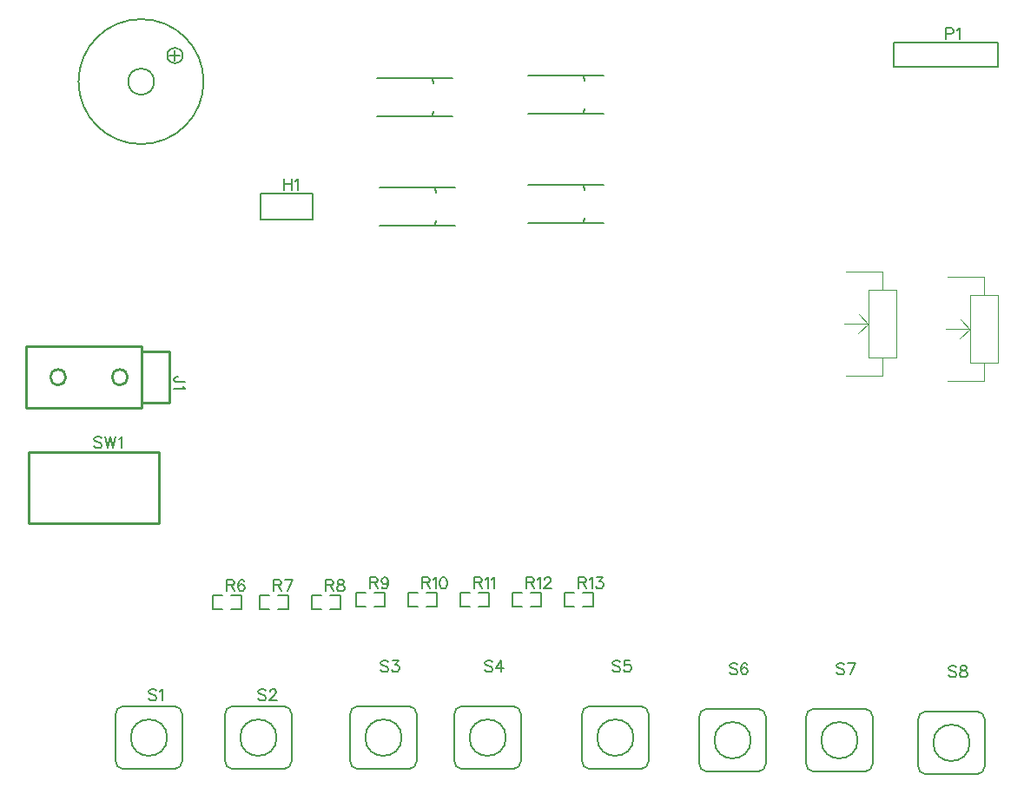
<source format=gto>
G04 Layer: TopSilkscreenLayer*
G04 EasyEDA v6.5.48, 2025-02-09 20:19:28*
G04 01cb3c1d78794921a089d1304ca59f51,d72c4acdc2164061951c9b7558476481,10*
G04 Gerber Generator version 0.2*
G04 Scale: 100 percent, Rotated: No, Reflected: No *
G04 Dimensions in inches *
G04 leading zeros omitted , absolute positions ,3 integer and 6 decimal *
%FSLAX36Y36*%
%MOIN*%

%ADD10C,0.0060*%
%ADD11C,0.0080*%
%ADD12C,0.0100*%
%ADD13C,0.0080*%
%ADD14C,0.0047*%
%ADD15C,0.0135*%

%LPD*%
D10*
X1010000Y2425400D02*
G01*
X1010000Y2382500D01*
X1038600Y2425400D02*
G01*
X1038600Y2382500D01*
X1010000Y2405000D02*
G01*
X1038600Y2405000D01*
X1052100Y2417200D02*
G01*
X1056200Y2419300D01*
X1062400Y2425400D01*
X1062400Y2382500D01*
X629400Y1645000D02*
G01*
X596700Y1645000D01*
X590500Y1647100D01*
X588500Y1649100D01*
X586500Y1653200D01*
X586500Y1657300D01*
X588500Y1661399D01*
X590500Y1663500D01*
X596700Y1665500D01*
X600800Y1665500D01*
X621200Y1631500D02*
G01*
X623300Y1627500D01*
X629400Y1621300D01*
X586500Y1621300D01*
X3550000Y3005400D02*
G01*
X3550000Y2962500D01*
X3550000Y3005400D02*
G01*
X3568399Y3005400D01*
X3574500Y3003399D01*
X3576600Y3001300D01*
X3578600Y2997200D01*
X3578600Y2991100D01*
X3576600Y2987000D01*
X3574500Y2985000D01*
X3568399Y2982900D01*
X3550000Y2982900D01*
X3592100Y2997200D02*
G01*
X3596200Y2999300D01*
X3602400Y3005400D01*
X3602400Y2962500D01*
X790000Y885400D02*
G01*
X790000Y842500D01*
X790000Y885400D02*
G01*
X808400Y885400D01*
X814500Y883400D01*
X816600Y881300D01*
X818600Y877200D01*
X818600Y873100D01*
X816600Y869000D01*
X814500Y867000D01*
X808400Y865000D01*
X790000Y865000D01*
X804300Y865000D02*
G01*
X818600Y842500D01*
X856700Y879300D02*
G01*
X854599Y883400D01*
X848500Y885400D01*
X844400Y885400D01*
X838300Y883400D01*
X834200Y877200D01*
X832099Y867000D01*
X832099Y856800D01*
X834200Y848600D01*
X838300Y844500D01*
X844400Y842500D01*
X846500Y842500D01*
X852600Y844500D01*
X856700Y848600D01*
X858700Y854700D01*
X858700Y856800D01*
X856700Y862900D01*
X852600Y867000D01*
X846500Y869000D01*
X844400Y869000D01*
X838300Y867000D01*
X834200Y862900D01*
X832099Y856800D01*
X970000Y885400D02*
G01*
X970000Y842500D01*
X970000Y885400D02*
G01*
X988400Y885400D01*
X994500Y883400D01*
X996600Y881300D01*
X998600Y877200D01*
X998600Y873100D01*
X996600Y869000D01*
X994500Y867000D01*
X988400Y865000D01*
X970000Y865000D01*
X984300Y865000D02*
G01*
X998600Y842500D01*
X1040800Y885400D02*
G01*
X1020300Y842500D01*
X1012099Y885400D02*
G01*
X1040800Y885400D01*
X1170000Y885400D02*
G01*
X1170000Y842500D01*
X1170000Y885400D02*
G01*
X1188400Y885400D01*
X1194500Y883400D01*
X1196600Y881300D01*
X1198600Y877200D01*
X1198600Y873100D01*
X1196600Y869000D01*
X1194500Y867000D01*
X1188400Y865000D01*
X1170000Y865000D01*
X1184300Y865000D02*
G01*
X1198600Y842500D01*
X1222400Y885400D02*
G01*
X1216200Y883400D01*
X1214200Y879300D01*
X1214200Y875200D01*
X1216200Y871100D01*
X1220300Y869000D01*
X1228500Y867000D01*
X1234600Y865000D01*
X1238700Y860900D01*
X1240800Y856800D01*
X1240800Y850600D01*
X1238700Y846500D01*
X1236700Y844500D01*
X1230500Y842500D01*
X1222400Y842500D01*
X1216200Y844500D01*
X1214200Y846500D01*
X1212100Y850600D01*
X1212100Y856800D01*
X1214200Y860900D01*
X1218300Y865000D01*
X1224400Y867000D01*
X1232600Y869000D01*
X1236700Y871100D01*
X1238700Y875200D01*
X1238700Y879300D01*
X1236700Y883400D01*
X1230500Y885400D01*
X1222400Y885400D01*
X1340000Y895400D02*
G01*
X1340000Y852500D01*
X1340000Y895400D02*
G01*
X1358400Y895400D01*
X1364500Y893400D01*
X1366600Y891300D01*
X1368600Y887200D01*
X1368600Y883100D01*
X1366600Y879000D01*
X1364500Y877000D01*
X1358400Y875000D01*
X1340000Y875000D01*
X1354300Y875000D02*
G01*
X1368600Y852500D01*
X1408700Y881100D02*
G01*
X1406699Y875000D01*
X1402600Y870900D01*
X1396500Y868800D01*
X1394400Y868800D01*
X1388300Y870900D01*
X1384199Y875000D01*
X1382100Y881100D01*
X1382100Y883100D01*
X1384199Y889300D01*
X1388300Y893400D01*
X1394400Y895400D01*
X1396500Y895400D01*
X1402600Y893400D01*
X1406699Y889300D01*
X1408700Y881100D01*
X1408700Y870900D01*
X1406699Y860600D01*
X1402600Y854500D01*
X1396500Y852500D01*
X1392400Y852500D01*
X1386200Y854500D01*
X1384199Y858600D01*
X1540000Y895400D02*
G01*
X1540000Y852500D01*
X1540000Y895400D02*
G01*
X1558400Y895400D01*
X1564500Y893400D01*
X1566600Y891300D01*
X1568600Y887200D01*
X1568600Y883100D01*
X1566600Y879000D01*
X1564500Y877000D01*
X1558400Y875000D01*
X1540000Y875000D01*
X1554300Y875000D02*
G01*
X1568600Y852500D01*
X1582100Y887200D02*
G01*
X1586200Y889300D01*
X1592400Y895400D01*
X1592400Y852500D01*
X1618100Y895400D02*
G01*
X1612000Y893400D01*
X1607900Y887200D01*
X1605900Y877000D01*
X1605900Y870900D01*
X1607900Y860600D01*
X1612000Y854500D01*
X1618100Y852500D01*
X1622200Y852500D01*
X1628400Y854500D01*
X1632500Y860600D01*
X1634500Y870900D01*
X1634500Y877000D01*
X1632500Y887200D01*
X1628400Y893400D01*
X1622200Y895400D01*
X1618100Y895400D01*
X1740000Y895400D02*
G01*
X1740000Y852500D01*
X1740000Y895400D02*
G01*
X1758400Y895400D01*
X1764500Y893400D01*
X1766600Y891300D01*
X1768600Y887200D01*
X1768600Y883100D01*
X1766600Y879000D01*
X1764500Y877000D01*
X1758400Y875000D01*
X1740000Y875000D01*
X1754300Y875000D02*
G01*
X1768600Y852500D01*
X1782100Y887200D02*
G01*
X1786200Y889300D01*
X1792400Y895400D01*
X1792400Y852500D01*
X1805900Y887200D02*
G01*
X1810000Y889300D01*
X1816100Y895400D01*
X1816100Y852500D01*
X1940000Y895400D02*
G01*
X1940000Y852500D01*
X1940000Y895400D02*
G01*
X1958400Y895400D01*
X1964500Y893400D01*
X1966600Y891300D01*
X1968600Y887200D01*
X1968600Y883100D01*
X1966600Y879000D01*
X1964500Y877000D01*
X1958400Y875000D01*
X1940000Y875000D01*
X1954300Y875000D02*
G01*
X1968600Y852500D01*
X1982100Y887200D02*
G01*
X1986200Y889300D01*
X1992400Y895400D01*
X1992400Y852500D01*
X2007900Y885200D02*
G01*
X2007900Y887200D01*
X2010000Y891300D01*
X2012000Y893400D01*
X2016100Y895400D01*
X2024300Y895400D01*
X2028400Y893400D01*
X2030400Y891300D01*
X2032500Y887200D01*
X2032500Y883100D01*
X2030400Y879000D01*
X2026300Y872900D01*
X2005900Y852500D01*
X2034500Y852500D01*
X2140000Y895400D02*
G01*
X2140000Y852500D01*
X2140000Y895400D02*
G01*
X2158400Y895400D01*
X2164500Y893400D01*
X2166600Y891300D01*
X2168600Y887200D01*
X2168600Y883100D01*
X2166600Y879000D01*
X2164500Y877000D01*
X2158400Y875000D01*
X2140000Y875000D01*
X2154300Y875000D02*
G01*
X2168600Y852500D01*
X2182100Y887200D02*
G01*
X2186200Y889300D01*
X2192400Y895400D01*
X2192400Y852500D01*
X2210000Y895400D02*
G01*
X2232500Y895400D01*
X2220200Y879000D01*
X2226300Y879000D01*
X2230400Y877000D01*
X2232500Y875000D01*
X2234500Y868800D01*
X2234500Y864700D01*
X2232500Y858600D01*
X2228400Y854500D01*
X2222200Y852500D01*
X2216100Y852500D01*
X2210000Y854500D01*
X2207900Y856500D01*
X2205900Y860600D01*
X518600Y459300D02*
G01*
X514500Y463400D01*
X508400Y465400D01*
X500200Y465400D01*
X494099Y463400D01*
X490000Y459300D01*
X490000Y455200D01*
X492000Y451100D01*
X494099Y449000D01*
X498200Y447000D01*
X510500Y442900D01*
X514500Y440900D01*
X516599Y438800D01*
X518600Y434700D01*
X518600Y428600D01*
X514500Y424500D01*
X508400Y422500D01*
X500200Y422500D01*
X494099Y424500D01*
X490000Y428600D01*
X532100Y457200D02*
G01*
X536200Y459300D01*
X542400Y465400D01*
X542400Y422500D01*
X938600Y459300D02*
G01*
X934500Y463400D01*
X928400Y465400D01*
X920200Y465400D01*
X914100Y463400D01*
X910000Y459300D01*
X910000Y455200D01*
X912000Y451100D01*
X914100Y449000D01*
X918199Y447000D01*
X930500Y442900D01*
X934500Y440900D01*
X936600Y438800D01*
X938600Y434700D01*
X938600Y428600D01*
X934500Y424500D01*
X928400Y422500D01*
X920200Y422500D01*
X914100Y424500D01*
X910000Y428600D01*
X954200Y455200D02*
G01*
X954200Y457200D01*
X956200Y461300D01*
X958300Y463400D01*
X962400Y465400D01*
X970500Y465400D01*
X974599Y463400D01*
X976700Y461300D01*
X978700Y457200D01*
X978700Y453100D01*
X976700Y449000D01*
X972600Y442900D01*
X952099Y422500D01*
X980800Y422500D01*
X308600Y1429300D02*
G01*
X304500Y1433400D01*
X298400Y1435400D01*
X290200Y1435400D01*
X284100Y1433400D01*
X280000Y1429300D01*
X280000Y1425200D01*
X282000Y1421100D01*
X284100Y1419000D01*
X288200Y1417000D01*
X300500Y1412900D01*
X304500Y1410900D01*
X306600Y1408800D01*
X308600Y1404700D01*
X308600Y1398600D01*
X304500Y1394500D01*
X298400Y1392500D01*
X290200Y1392500D01*
X284100Y1394500D01*
X280000Y1398600D01*
X322100Y1435400D02*
G01*
X332400Y1392500D01*
X342600Y1435400D02*
G01*
X332400Y1392500D01*
X342600Y1435400D02*
G01*
X352800Y1392500D01*
X363000Y1435400D02*
G01*
X352800Y1392500D01*
X376500Y1427200D02*
G01*
X380600Y1429300D01*
X386800Y1435400D01*
X386800Y1392500D01*
X1408600Y569300D02*
G01*
X1404500Y573400D01*
X1398400Y575400D01*
X1390200Y575400D01*
X1384100Y573400D01*
X1380000Y569300D01*
X1380000Y565200D01*
X1382000Y561100D01*
X1384100Y559000D01*
X1388200Y557000D01*
X1400500Y552900D01*
X1404500Y550900D01*
X1406600Y548800D01*
X1408600Y544700D01*
X1408600Y538600D01*
X1404500Y534500D01*
X1398400Y532500D01*
X1390200Y532500D01*
X1384100Y534500D01*
X1380000Y538600D01*
X1426200Y575400D02*
G01*
X1448700Y575400D01*
X1436500Y559000D01*
X1442600Y559000D01*
X1446699Y557000D01*
X1448700Y555000D01*
X1450800Y548800D01*
X1450800Y544700D01*
X1448700Y538600D01*
X1444600Y534500D01*
X1438500Y532500D01*
X1432400Y532500D01*
X1426200Y534500D01*
X1424199Y536500D01*
X1422100Y540600D01*
X1808600Y569300D02*
G01*
X1804500Y573400D01*
X1798400Y575400D01*
X1790200Y575400D01*
X1784100Y573400D01*
X1780000Y569300D01*
X1780000Y565200D01*
X1782000Y561100D01*
X1784100Y559000D01*
X1788200Y557000D01*
X1800500Y552900D01*
X1804500Y550900D01*
X1806600Y548800D01*
X1808600Y544700D01*
X1808600Y538600D01*
X1804500Y534500D01*
X1798400Y532500D01*
X1790200Y532500D01*
X1784100Y534500D01*
X1780000Y538600D01*
X1842600Y575400D02*
G01*
X1822100Y546800D01*
X1852800Y546800D01*
X1842600Y575400D02*
G01*
X1842600Y532500D01*
X2298600Y569300D02*
G01*
X2294500Y573400D01*
X2288400Y575400D01*
X2280200Y575400D01*
X2274100Y573400D01*
X2270000Y569300D01*
X2270000Y565200D01*
X2272000Y561100D01*
X2274100Y559000D01*
X2278200Y557000D01*
X2290500Y552900D01*
X2294500Y550900D01*
X2296600Y548800D01*
X2298600Y544700D01*
X2298600Y538600D01*
X2294500Y534500D01*
X2288400Y532500D01*
X2280200Y532500D01*
X2274100Y534500D01*
X2270000Y538600D01*
X2336700Y575400D02*
G01*
X2316200Y575400D01*
X2314200Y557000D01*
X2316200Y559000D01*
X2322400Y561100D01*
X2328500Y561100D01*
X2334600Y559000D01*
X2338700Y555000D01*
X2340800Y548800D01*
X2340800Y544700D01*
X2338700Y538600D01*
X2334600Y534500D01*
X2328500Y532500D01*
X2322400Y532500D01*
X2316200Y534500D01*
X2314200Y536500D01*
X2312100Y540600D01*
X2748600Y559300D02*
G01*
X2744500Y563400D01*
X2738399Y565400D01*
X2730200Y565400D01*
X2724100Y563400D01*
X2720000Y559300D01*
X2720000Y555200D01*
X2722000Y551100D01*
X2724100Y549000D01*
X2728200Y547000D01*
X2740500Y542900D01*
X2744500Y540900D01*
X2746600Y538800D01*
X2748600Y534700D01*
X2748600Y528600D01*
X2744500Y524500D01*
X2738399Y522500D01*
X2730200Y522500D01*
X2724100Y524500D01*
X2720000Y528600D01*
X2786700Y559300D02*
G01*
X2784600Y563400D01*
X2778500Y565400D01*
X2774400Y565400D01*
X2768300Y563400D01*
X2764200Y557200D01*
X2762100Y547000D01*
X2762100Y536800D01*
X2764200Y528600D01*
X2768300Y524500D01*
X2774400Y522500D01*
X2776500Y522500D01*
X2782600Y524500D01*
X2786700Y528600D01*
X2788700Y534700D01*
X2788700Y536800D01*
X2786700Y542900D01*
X2782600Y547000D01*
X2776500Y549000D01*
X2774400Y549000D01*
X2768300Y547000D01*
X2764200Y542900D01*
X2762100Y536800D01*
X3158600Y559300D02*
G01*
X3154500Y563400D01*
X3148399Y565400D01*
X3140200Y565400D01*
X3134100Y563400D01*
X3130000Y559300D01*
X3130000Y555200D01*
X3132000Y551100D01*
X3134100Y549000D01*
X3138200Y547000D01*
X3150500Y542900D01*
X3154500Y540900D01*
X3156600Y538800D01*
X3158600Y534700D01*
X3158600Y528600D01*
X3154500Y524500D01*
X3148399Y522500D01*
X3140200Y522500D01*
X3134100Y524500D01*
X3130000Y528600D01*
X3200800Y565400D02*
G01*
X3180299Y522500D01*
X3172100Y565400D02*
G01*
X3200800Y565400D01*
X3588600Y549300D02*
G01*
X3584500Y553400D01*
X3578399Y555400D01*
X3570200Y555400D01*
X3564100Y553400D01*
X3560000Y549300D01*
X3560000Y545200D01*
X3562000Y541100D01*
X3564100Y539000D01*
X3568200Y537000D01*
X3580500Y532900D01*
X3584500Y530900D01*
X3586600Y528800D01*
X3588600Y524700D01*
X3588600Y518600D01*
X3584500Y514500D01*
X3578399Y512500D01*
X3570200Y512500D01*
X3564100Y514500D01*
X3560000Y518600D01*
X3612400Y555400D02*
G01*
X3606200Y553400D01*
X3604200Y549300D01*
X3604200Y545200D01*
X3606200Y541100D01*
X3610299Y539000D01*
X3618500Y537000D01*
X3624600Y535000D01*
X3628700Y530900D01*
X3630800Y526800D01*
X3630800Y520600D01*
X3628700Y516500D01*
X3626700Y514500D01*
X3620500Y512500D01*
X3612400Y512500D01*
X3606200Y514500D01*
X3604200Y516500D01*
X3602100Y520600D01*
X3602100Y526800D01*
X3604200Y530900D01*
X3608300Y535000D01*
X3614400Y537000D01*
X3622600Y539000D01*
X3626700Y541100D01*
X3628700Y545200D01*
X3628700Y549300D01*
X3626700Y553400D01*
X3620500Y555400D01*
X3612400Y555400D01*
D11*
X2233700Y2402840D02*
G01*
X1946300Y2402840D01*
X1946300Y2257170D02*
G01*
X2233700Y2257170D01*
X2160870Y2276850D02*
G01*
X2156930Y2261100D01*
X2160870Y2383150D02*
G01*
X2156930Y2398900D01*
X1653700Y2812840D02*
G01*
X1366300Y2812840D01*
X1366300Y2667170D02*
G01*
X1653700Y2667170D01*
X1580870Y2686850D02*
G01*
X1576930Y2671100D01*
X1580870Y2793150D02*
G01*
X1576930Y2808900D01*
X2233700Y2822840D02*
G01*
X1946300Y2822840D01*
X1946300Y2677170D02*
G01*
X2233700Y2677170D01*
X2160860Y2696850D02*
G01*
X2156930Y2681100D01*
X2160860Y2803150D02*
G01*
X2156930Y2818900D01*
X1663700Y2392840D02*
G01*
X1376300Y2392840D01*
X1376300Y2247170D02*
G01*
X1663700Y2247170D01*
X1590860Y2266850D02*
G01*
X1586930Y2251100D01*
X1590860Y2373150D02*
G01*
X1586930Y2388900D01*
D10*
X570000Y2900000D02*
G01*
X610000Y2900000D01*
X590000Y2920000D02*
G01*
X590000Y2880000D01*
D11*
X1120000Y2370000D02*
G01*
X1120000Y2271000D01*
X920000Y2271000D01*
X920000Y2370000D01*
X1120000Y2370000D01*
D12*
X462701Y1763350D02*
G01*
X569000Y1763350D01*
X569000Y1566500D01*
X462701Y1566500D01*
X462000Y1547279D02*
G01*
X462000Y1783500D01*
X17118Y1783500D01*
X17118Y1547279D01*
X462000Y1547279D01*
D11*
X3425000Y2950000D02*
G01*
X3350000Y2950000D01*
X3350000Y2855000D01*
X3750000Y2855000D01*
X3750000Y2950000D01*
D13*
X3750000Y2950000D02*
G01*
X3425000Y2950000D01*
D10*
X806780Y773991D02*
G01*
X844531Y773991D01*
X844531Y826008D01*
X806780Y826008D01*
X773220Y773991D02*
G01*
X735468Y773991D01*
X735468Y826008D01*
X773220Y826008D01*
X986780Y773991D02*
G01*
X1024531Y773991D01*
X1024531Y826008D01*
X986780Y826008D01*
X953220Y773991D02*
G01*
X915468Y773991D01*
X915468Y826008D01*
X953220Y826008D01*
X1186780Y773991D02*
G01*
X1224531Y773991D01*
X1224531Y826008D01*
X1186780Y826008D01*
X1153220Y773991D02*
G01*
X1115469Y773991D01*
X1115469Y826008D01*
X1153220Y826008D01*
X1356780Y783991D02*
G01*
X1394531Y783991D01*
X1394531Y836008D01*
X1356780Y836008D01*
X1323220Y783991D02*
G01*
X1285469Y783991D01*
X1285469Y836008D01*
X1323220Y836008D01*
X1556780Y783991D02*
G01*
X1594531Y783991D01*
X1594531Y836008D01*
X1556780Y836008D01*
X1523220Y783991D02*
G01*
X1485469Y783991D01*
X1485469Y836008D01*
X1523220Y836008D01*
X1756780Y783991D02*
G01*
X1794531Y783991D01*
X1794531Y836008D01*
X1756780Y836008D01*
X1723220Y783991D02*
G01*
X1685469Y783991D01*
X1685469Y836008D01*
X1723220Y836008D01*
X1956780Y783991D02*
G01*
X1994531Y783991D01*
X1994531Y836008D01*
X1956780Y836008D01*
X1923220Y783991D02*
G01*
X1885469Y783991D01*
X1885469Y836008D01*
X1923220Y836008D01*
X2156780Y783991D02*
G01*
X2194531Y783991D01*
X2194531Y836008D01*
X2156780Y836008D01*
X2123220Y783991D02*
G01*
X2085469Y783991D01*
X2085469Y836008D01*
X2123220Y836008D01*
D11*
X390000Y400000D02*
G01*
X590000Y400000D01*
X618000Y369000D02*
G01*
X618000Y191000D01*
X590000Y160000D02*
G01*
X390000Y160000D01*
X362000Y191000D02*
G01*
X362000Y369000D01*
X810000Y400000D02*
G01*
X1010000Y400000D01*
X1038000Y369000D02*
G01*
X1038000Y191000D01*
X1010000Y160000D02*
G01*
X810000Y160000D01*
X782000Y191000D02*
G01*
X782000Y369000D01*
D12*
X30000Y1375000D02*
G01*
X530000Y1375000D01*
X530000Y1104920D01*
X30000Y1104920D01*
X30000Y1375000D01*
D14*
X3249400Y1870000D02*
G01*
X3156900Y1870000D01*
X3306500Y1740100D02*
G01*
X3306500Y1671200D01*
X3166800Y1671200D01*
X3306500Y1999900D02*
G01*
X3306500Y2068800D01*
X3164800Y2068800D01*
X3251400Y1870000D02*
G01*
X3212000Y1832600D01*
X3251400Y1868000D02*
G01*
X3214000Y1907400D01*
X3251400Y1999900D02*
G01*
X3357700Y1999900D01*
X3357700Y1740100D01*
X3251400Y1740100D01*
X3251400Y1999900D01*
X3639400Y1850000D02*
G01*
X3546900Y1850000D01*
X3696500Y1720100D02*
G01*
X3696500Y1651200D01*
X3556800Y1651200D01*
X3696500Y1979900D02*
G01*
X3696500Y2048800D01*
X3554800Y2048800D01*
X3641400Y1850000D02*
G01*
X3602000Y1812600D01*
X3641400Y1848000D02*
G01*
X3604000Y1887400D01*
X3641400Y1979900D02*
G01*
X3747700Y1979900D01*
X3747700Y1720100D01*
X3641400Y1720100D01*
X3641400Y1979900D01*
D11*
X1290000Y400000D02*
G01*
X1490000Y400000D01*
X1518000Y369000D02*
G01*
X1518000Y191000D01*
X1490000Y160000D02*
G01*
X1290000Y160000D01*
X1262000Y191000D02*
G01*
X1262000Y369000D01*
X1690000Y400000D02*
G01*
X1890000Y400000D01*
X1918000Y369000D02*
G01*
X1918000Y191000D01*
X1890000Y160000D02*
G01*
X1690000Y160000D01*
X1662000Y191000D02*
G01*
X1662000Y369000D01*
X2180000Y400000D02*
G01*
X2380000Y400000D01*
X2408000Y369000D02*
G01*
X2408000Y191000D01*
X2380000Y160000D02*
G01*
X2180000Y160000D01*
X2152000Y191000D02*
G01*
X2152000Y369000D01*
X2630000Y390000D02*
G01*
X2830000Y390000D01*
X2858000Y359000D02*
G01*
X2858000Y181000D01*
X2830000Y150000D02*
G01*
X2630000Y150000D01*
X2602000Y181000D02*
G01*
X2602000Y359000D01*
X3040000Y390000D02*
G01*
X3240000Y390000D01*
X3268000Y359000D02*
G01*
X3268000Y181000D01*
X3240000Y150000D02*
G01*
X3040000Y150000D01*
X3012000Y181000D02*
G01*
X3012000Y359000D01*
X3470000Y380000D02*
G01*
X3670000Y380000D01*
X3698000Y349000D02*
G01*
X3698000Y171000D01*
X3670000Y140000D02*
G01*
X3470000Y140000D01*
X3442000Y171000D02*
G01*
X3442000Y349000D01*
D10*
G75*
G01*
X510000Y2800000D02*
G03*
X510000Y2799740I-50000J-130D01*
G75*
G01*
X700000Y2800000D02*
G03*
X700000Y2799750I-240000J-125D01*
G75*
G01*
X620000Y2900000D02*
G03*
X620000Y2899840I-30000J-80D01*
D12*
G75*
G01*
X378600Y1635000D02*
G03*
X378100Y1635000I-250J29527D01*
G75*
G01*
X141600Y1635000D02*
G03*
X141100Y1635000I-250J29527D01*
D11*
G75*
G01*
X590000Y400000D02*
G02*
X618000Y369000I-1502J-29502D01*
G75*
G01*
X618000Y191000D02*
G02*
X590000Y160000I-29502J-1498D01*
G75*
G01*
X390000Y160000D02*
G02*
X362000Y191000I1502J29502D01*
G75*
G01*
X362000Y369000D02*
G02*
X390000Y400000I29502J1498D01*
G75*
G01*
X560000Y280000D02*
G03*
X560000Y279830I-70000J-85D01*
G75*
G01*
X1010000Y400000D02*
G02*
X1038000Y369000I-1502J-29502D01*
G75*
G01*
X1038000Y191000D02*
G02*
X1010000Y160000I-29502J-1498D01*
G75*
G01*
X810000Y160000D02*
G02*
X782000Y191000I1502J29502D01*
G75*
G01*
X782000Y369000D02*
G02*
X810000Y400000I29502J1498D01*
G75*
G01*
X980000Y280000D02*
G03*
X980000Y279830I-70000J-85D01*
G75*
G01*
X1490000Y400000D02*
G02*
X1518000Y369000I-1502J-29502D01*
G75*
G01*
X1518000Y191000D02*
G02*
X1490000Y160000I-29502J-1498D01*
G75*
G01*
X1290000Y160000D02*
G02*
X1262000Y191000I1502J29502D01*
G75*
G01*
X1262000Y369000D02*
G02*
X1290000Y400000I29502J1498D01*
G75*
G01*
X1460000Y280000D02*
G03*
X1460000Y279830I-70000J-85D01*
G75*
G01*
X1890000Y400000D02*
G02*
X1918000Y369000I-1502J-29502D01*
G75*
G01*
X1918000Y191000D02*
G02*
X1890000Y160000I-29502J-1498D01*
G75*
G01*
X1690000Y160000D02*
G02*
X1662000Y191000I1502J29502D01*
G75*
G01*
X1662000Y369000D02*
G02*
X1690000Y400000I29502J1498D01*
G75*
G01*
X1860000Y280000D02*
G03*
X1860000Y279830I-70000J-85D01*
G75*
G01*
X2380000Y400000D02*
G02*
X2408000Y369000I-1502J-29502D01*
G75*
G01*
X2408000Y191000D02*
G02*
X2380000Y160000I-29502J-1498D01*
G75*
G01*
X2180000Y160000D02*
G02*
X2152000Y191000I1502J29502D01*
G75*
G01*
X2152000Y369000D02*
G02*
X2180000Y400000I29502J1498D01*
G75*
G01*
X2350000Y280000D02*
G03*
X2350000Y279830I-70000J-85D01*
G75*
G01*
X2830000Y390000D02*
G02*
X2858000Y359000I-1502J-29502D01*
G75*
G01*
X2858000Y181000D02*
G02*
X2830000Y150000I-29502J-1498D01*
G75*
G01*
X2630000Y150000D02*
G02*
X2602000Y181000I1502J29502D01*
G75*
G01*
X2602000Y359000D02*
G02*
X2630000Y390000I29502J1498D01*
G75*
G01*
X2800000Y270000D02*
G03*
X2800000Y269830I-70000J-85D01*
G75*
G01*
X3240000Y390000D02*
G02*
X3268000Y359000I-1502J-29502D01*
G75*
G01*
X3268000Y181000D02*
G02*
X3240000Y150000I-29502J-1498D01*
G75*
G01*
X3040000Y150000D02*
G02*
X3012000Y181000I1502J29502D01*
G75*
G01*
X3012000Y359000D02*
G02*
X3040000Y390000I29502J1498D01*
G75*
G01*
X3210000Y270000D02*
G03*
X3210000Y269830I-70000J-85D01*
G75*
G01*
X3670000Y380000D02*
G02*
X3698000Y349000I-1502J-29502D01*
G75*
G01*
X3698000Y171000D02*
G02*
X3670000Y140000I-29502J-1498D01*
G75*
G01*
X3470000Y140000D02*
G02*
X3442000Y171000I1502J29502D01*
G75*
G01*
X3442000Y349000D02*
G02*
X3470000Y380000I29502J1498D01*
G75*
G01*
X3640000Y260000D02*
G03*
X3640000Y259830I-70000J-85D01*
M02*

</source>
